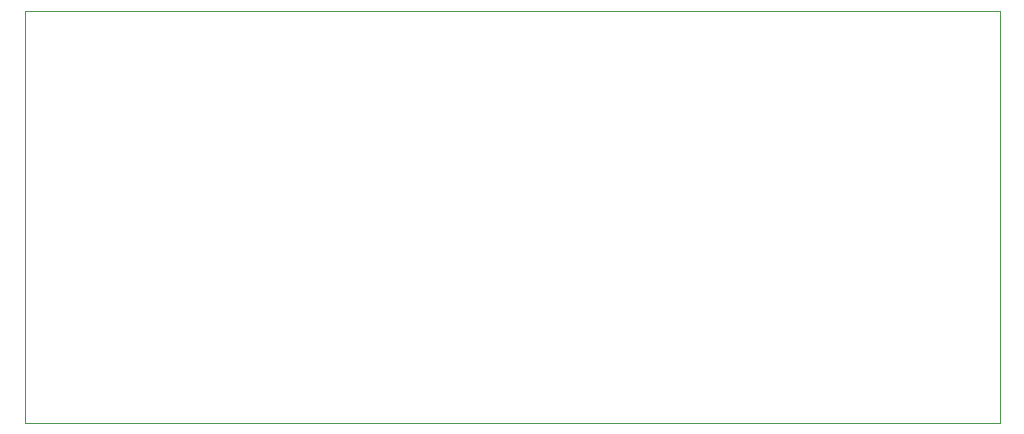
<source format=gm1>
G04 #@! TF.GenerationSoftware,KiCad,Pcbnew,6.0.8-f2edbf62ab~116~ubuntu22.04.1*
G04 #@! TF.CreationDate,2022-10-12T20:13:53+02:00*
G04 #@! TF.ProjectId,a500-ide-ram,61353030-2d69-4646-952d-72616d2e6b69,0.2*
G04 #@! TF.SameCoordinates,Original*
G04 #@! TF.FileFunction,Profile,NP*
%FSLAX46Y46*%
G04 Gerber Fmt 4.6, Leading zero omitted, Abs format (unit mm)*
G04 Created by KiCad (PCBNEW 6.0.8-f2edbf62ab~116~ubuntu22.04.1) date 2022-10-12 20:13:53*
%MOMM*%
%LPD*%
G01*
G04 APERTURE LIST*
G04 #@! TA.AperFunction,Profile*
%ADD10C,0.050000*%
G04 #@! TD*
G04 APERTURE END LIST*
D10*
X186690000Y-75585000D02*
X186690000Y-110510000D01*
X186690000Y-75585000D02*
X104140000Y-75585000D01*
X104140000Y-110510000D02*
X186690000Y-110510000D01*
X104140000Y-75585000D02*
X104140000Y-110510000D01*
M02*

</source>
